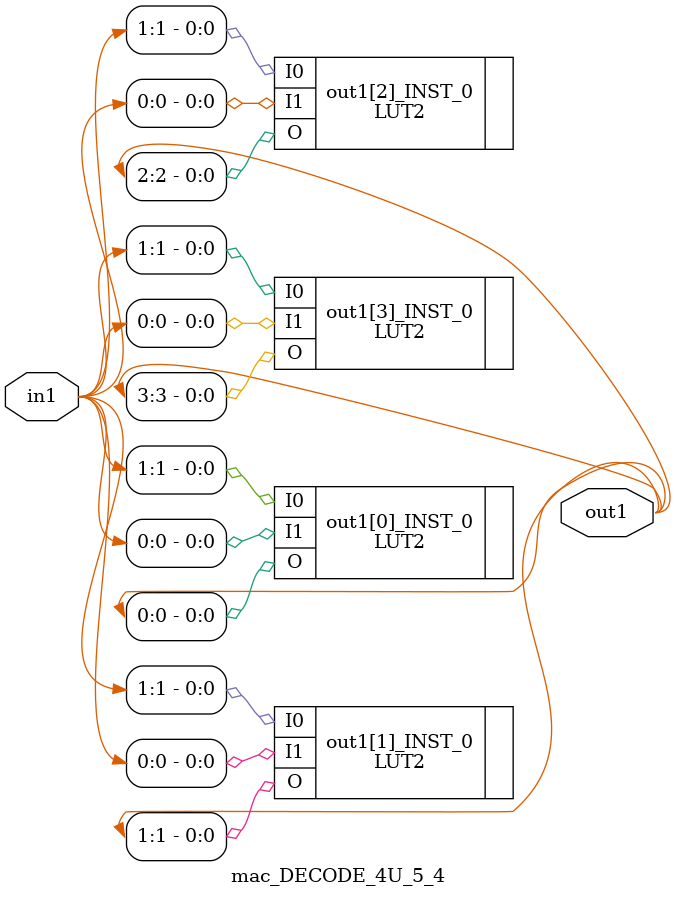
<source format=v>
`timescale 1 ps / 1 ps

(* STRUCTURAL_NETLIST = "yes" *)
module mac_DECODE_4U_5_4
   (in1,
    out1);
  input [1:0]in1;
  output [3:0]out1;

  wire [1:0]in1;
  wire [3:0]out1;

  (* SOFT_HLUTNM = "soft_lutpair2056" *) 
  LUT2 #(
    .INIT(4'h1)) 
    \out1[0]_INST_0 
       (.I0(in1[1]),
        .I1(in1[0]),
        .O(out1[0]));
  (* SOFT_HLUTNM = "soft_lutpair2056" *) 
  LUT2 #(
    .INIT(4'h4)) 
    \out1[1]_INST_0 
       (.I0(in1[1]),
        .I1(in1[0]),
        .O(out1[1]));
  (* SOFT_HLUTNM = "soft_lutpair2057" *) 
  LUT2 #(
    .INIT(4'h2)) 
    \out1[2]_INST_0 
       (.I0(in1[1]),
        .I1(in1[0]),
        .O(out1[2]));
  (* SOFT_HLUTNM = "soft_lutpair2057" *) 
  LUT2 #(
    .INIT(4'h8)) 
    \out1[3]_INST_0 
       (.I0(in1[1]),
        .I1(in1[0]),
        .O(out1[3]));
endmodule

</source>
